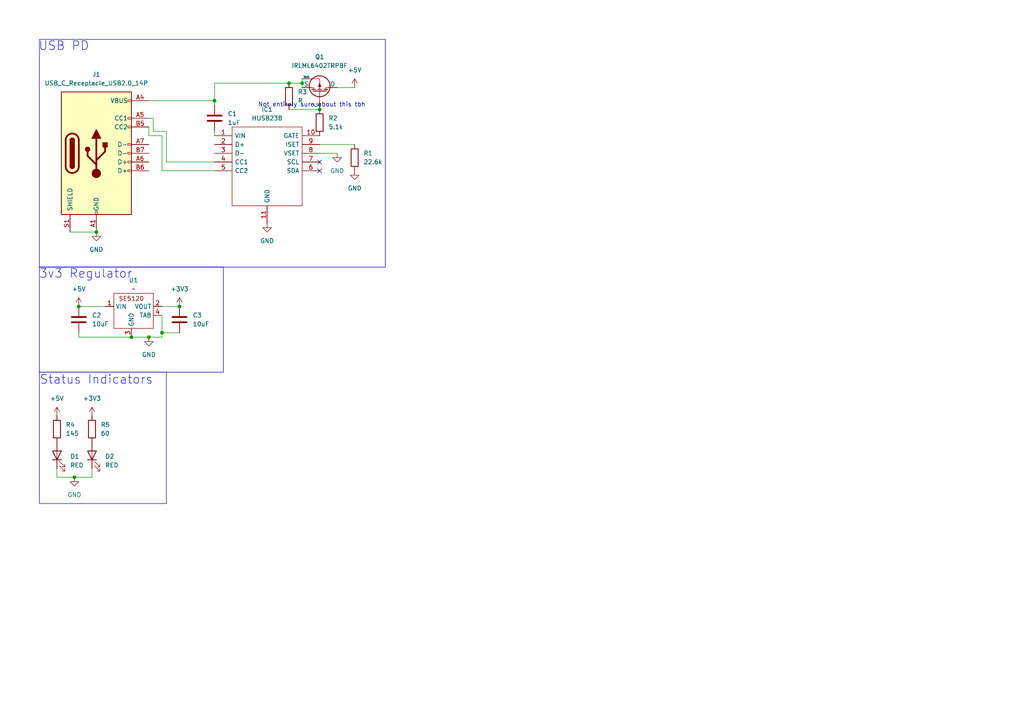
<source format=kicad_sch>
(kicad_sch (version 20250114) (generator "eeschema") (generator_version "9.0")
  (paper "A4")
  (title_block (title "Train Locs Board") (company "Sean Outram") (comment 1 "A TrainTrackr like board for the Midlands Mainline"))
  (lib_symbols
    (symbol "Connector:USB_C_Receptacle_USB2.0_14P" (pin_names (offset 1.016))
      (property "Reference" "J" (at 0 22.225 0))
      (property "Value" "USB_C_Receptacle_USB2.0_14P" (at 0 19.685 0))
      (symbol "USB_C_Receptacle_USB2.0_14P_0_0"
        (rectangle (start -0.254 -17.78) (end 0.254 -16.764))
        (rectangle (start 10.16 15.494) (end 9.144 14.986))
        (rectangle (start 10.16 10.414) (end 9.144 9.906))
        (rectangle (start 10.16 7.874) (end 9.144 7.366))
        (rectangle (start 10.16 2.794) (end 9.144 2.286))
        (rectangle (start 10.16 0.254) (end 9.144 -0.254))
        (rectangle (start 10.16 -2.286) (end 9.144 -2.794))
        (rectangle (start 10.16 -4.826) (end 9.144 -5.334))
      )
      (symbol "USB_C_Receptacle_USB2.0_14P_0_1"
        (rectangle (start -10.16 17.78) (end 10.16 -17.78) (stroke (width 0.254)) (fill (type background)))
        (polyline (pts (xy -8.89 -3.81) (xy -8.89 3.81)) (stroke (width 0.508)))
        (rectangle (start -7.62 -3.81) (end -6.35 3.81) (stroke (width 0.254)) (fill (type outline)))
        (arc (start -7.62 3.81) (mid -6.985 4.4423) (end -6.35 3.81) (stroke (width 0.254)))
        (arc (start -7.62 3.81) (mid -6.985 4.4423) (end -6.35 3.81) (stroke (width 0.254)) (fill (type outline)))
        (arc (start -8.89 3.81) (mid -6.985 5.7067) (end -5.08 3.81) (stroke (width 0.508)))
        (arc (start -5.08 -3.81) (mid -6.985 -5.7067) (end -8.89 -3.81) (stroke (width 0.508)))
        (arc (start -6.35 -3.81) (mid -6.985 -4.4423) (end -7.62 -3.81) (stroke (width 0.254)))
        (arc (start -6.35 -3.81) (mid -6.985 -4.4423) (end -7.62 -3.81) (stroke (width 0.254)) (fill (type outline)))
        (polyline (pts (xy -5.08 3.81) (xy -5.08 -3.81)) (stroke (width 0.508)))
        (circle (center -2.54 1.143) (radius 0.635) (stroke (width 0.254)) (fill (type outline)))
        (polyline (pts (xy -1.27 4.318) (xy 0 6.858) (xy 1.27 4.318) (xy -1.27 4.318)) (stroke (width 0.254)) (fill (type outline)))
        (polyline (pts (xy 0 -2.032) (xy 2.54 0.508) (xy 2.54 1.778)) (stroke (width 0.508)))
        (polyline (pts (xy 0 -3.302) (xy -2.54 -0.762) (xy -2.54 0.508)) (stroke (width 0.508)))
        (polyline (pts (xy 0 -5.842) (xy 0 4.318)) (stroke (width 0.508)))
        (circle (center 0 -5.842) (radius 1.27) (fill (type outline)))
        (rectangle (start 1.905 1.778) (end 3.175 3.048) (stroke (width 0.254)) (fill (type outline)))
      )
      (symbol "USB_C_Receptacle_USB2.0_14P_1_1"
        (pin passive line (at -7.62 -22.86 90) (length 5.08) (name "SHIELD") (number "S1"))
        (pin passive line (at 0 -22.86 90) (length 5.08) (name "GND") (number "A1"))
        (pin passive line (at 0 -22.86 90) (length 5.08) (hide yes) (name "GND") (number "A12"))
        (pin passive line (at 0 -22.86 90) (length 5.08) (hide yes) (name "GND") (number "B1"))
        (pin passive line (at 0 -22.86 90) (length 5.08) (hide yes) (name "GND") (number "B12"))
        (pin passive line (at 15.24 15.24 180) (length 5.08) (name "VBUS") (number "A4"))
        (pin passive line (at 15.24 15.24 180) (length 5.08) (hide yes) (name "VBUS") (number "A9"))
        (pin passive line (at 15.24 15.24 180) (length 5.08) (hide yes) (name "VBUS") (number "B4"))
        (pin passive line (at 15.24 15.24 180) (length 5.08) (hide yes) (name "VBUS") (number "B9"))
        (pin bidirectional line (at 15.24 10.16 180) (length 5.08) (name "CC1") (number "A5"))
        (pin bidirectional line (at 15.24 7.62 180) (length 5.08) (name "CC2") (number "B5"))
        (pin bidirectional line (at 15.24 2.54 180) (length 5.08) (name "D-") (number "A7"))
        (pin bidirectional line (at 15.24 0 180) (length 5.08) (name "D-") (number "B7"))
        (pin bidirectional line (at 15.24 -2.54 180) (length 5.08) (name "D+") (number "A6"))
        (pin bidirectional line (at 15.24 -5.08 180) (length 5.08) (name "D+") (number "B6"))
      )
    )
    (symbol "Device:C" (pin_numbers (hide yes)) (pin_names (offset 0.254))
      (property "Reference" "C" (at 0.635 2.54 0))
      (property "Value" "C" (at 0.635 -2.54 0))
      (symbol "C_0_1"
        (polyline (pts (xy -2.032 0.762) (xy 2.032 0.762)) (stroke (width 0.508)))
        (polyline (pts (xy -2.032 -0.762) (xy 2.032 -0.762)) (stroke (width 0.508)))
      )
      (symbol "C_1_1"
        (pin passive line (at 0 3.81 270) (length 2.794) (name "~") (number "1"))
        (pin passive line (at 0 -3.81 90) (length 2.794) (name "~") (number "2"))
      )
    )
    (symbol "Device:LED" (pin_numbers (hide yes)) (pin_names (offset 1.016) (hide yes))
      (property "Reference" "D" (at 0 2.54 0))
      (property "Value" "LED" (at 0 -2.54 0))
      (symbol "LED_0_1"
        (polyline (pts (xy -3.048 -0.762) (xy -4.572 -2.286) (xy -3.81 -2.286) (xy -4.572 -2.286) (xy -4.572 -1.524)))
        (polyline (pts (xy -1.778 -0.762) (xy -3.302 -2.286) (xy -2.54 -2.286) (xy -3.302 -2.286) (xy -3.302 -1.524)))
        (polyline (pts (xy -1.27 0) (xy 1.27 0)))
        (polyline (pts (xy -1.27 -1.27) (xy -1.27 1.27)) (stroke (width 0.254)))
        (polyline (pts (xy 1.27 -1.27) (xy 1.27 1.27) (xy -1.27 0) (xy 1.27 -1.27)) (stroke (width 0.254)))
      )
      (symbol "LED_1_1"
        (pin passive line (at -3.81 0 0) (length 2.54) (name "K") (number "1"))
        (pin passive line (at 3.81 0 180) (length 2.54) (name "A") (number "2"))
      )
    )
    (symbol "Device:R" (pin_numbers (hide yes)) (pin_names (offset 0))
      (property "Reference" "R" (at 2.032 0 90))
      (property "Value" "R" (at 0 0 90))
      (symbol "R_0_1"
        (rectangle (start -1.016 -2.54) (end 1.016 2.54) (stroke (width 0.254)))
      )
      (symbol "R_1_1"
        (pin passive line (at 0 3.81 270) (length 1.27) (name "~") (number "1"))
        (pin passive line (at 0 -3.81 90) (length 1.27) (name "~") (number "2"))
      )
    )
    (symbol "HUSB238:HUSB238" (pin_names (offset 0.762))
      (property "Reference" "IC" (at 26.67 7.62 0))
      (property "Value" "HUSB238" (at 26.67 5.08 0))
      (symbol "HUSB238_0_0"
        (pin passive line (at 0 0 0) (length 5.08) (name "VIN") (number "1"))
        (pin passive line (at 0 -2.54 0) (length 5.08) (name "D+") (number "2"))
        (pin passive line (at 0 -5.08 0) (length 5.08) (name "D-") (number "3"))
        (pin passive line (at 0 -7.62 0) (length 5.08) (name "CC1") (number "4"))
        (pin passive line (at 0 -10.16 0) (length 5.08) (name "CC2") (number "5"))
        (pin passive line (at 15.24 -25.4 90) (length 5.08) (name "GND") (number "11"))
        (pin passive line (at 30.48 0 180) (length 5.08) (name "GATE") (number "10"))
        (pin passive line (at 30.48 -2.54 180) (length 5.08) (name "ISET") (number "9"))
        (pin passive line (at 30.48 -5.08 180) (length 5.08) (name "VSET") (number "8"))
        (pin passive line (at 30.48 -7.62 180) (length 5.08) (name "SCL") (number "7"))
        (pin passive line (at 30.48 -10.16 180) (length 5.08) (name "SDA") (number "6"))
      )
      (symbol "HUSB238_0_1"
        (polyline (pts (xy 5.08 2.54) (xy 25.4 2.54) (xy 25.4 -20.32) (xy 5.08 -20.32) (xy 5.08 2.54)) (stroke (width 0.1524)))
      )
    )
    (symbol "Simulation_SPICE:PMOS_Substrate" (pin_numbers (hide yes)) (pin_names (offset 0))
      (property "Reference" "Q" (at 6.35 1.27 0))
      (property "Value" "PMOS_Substrate" (at 6.35 -1.27 0))
      (symbol "PMOS_Substrate_0_1"
        (polyline (pts (xy 1.524 1.905) (xy 1.524 -1.905)) (stroke (width 0.254)))
        (polyline (pts (xy 1.524 0) (xy -1.27 0)))
        (polyline (pts (xy 2.032 2.286) (xy 2.032 1.27)) (stroke (width 0.254)))
        (polyline (pts (xy 2.032 1.778) (xy 2.54 1.778) (xy 2.54 2.54)))
        (polyline (pts (xy 2.032 0.508) (xy 2.032 -0.508)) (stroke (width 0.254)))
        (polyline (pts (xy 2.032 -1.27) (xy 2.032 -2.286)) (stroke (width 0.254)))
        (polyline (pts (xy 2.54 -2.54) (xy 2.54 -1.778) (xy 2.032 -1.778)))
        (circle (center 2.921 0) (radius 3.0294) (stroke (width 0.254)))
        (polyline (pts (xy 3.81 0) (xy 2.794 0.381) (xy 2.794 -0.381) (xy 3.81 0)) (fill (type outline)))
        (polyline (pts (xy 5.08 -2.54) (xy 5.08 0) (xy 2.032 0)))
      )
      (symbol "PMOS_Substrate_1_1"
        (pin input line (at -3.81 0 0) (length 2.54) (name "G") (number "2"))
        (pin passive line (at 2.54 5.08 270) (length 2.54) (name "D") (number "1"))
        (pin passive line (at 2.54 -5.08 90) (length 2.54) (name "S") (number "3"))
        (pin input line (at 5.08 -5.08 90) (length 2.54) (name "Bulk") (number "4"))
      )
    )
    (symbol "TrainLocsBoard:SE5120"
      (property "Reference" "U" (at 0 2.286 0))
      (symbol "SE5120_0_1"
        (rectangle (start -5.08 1.27) (end 6.35 -8.89))
      )
      (symbol "SE5120_1_1"
        (text "SE5120" (at 0 -0.254 0) (effects (font (size 1.27 1.27))))
        (pin input line (at -7.62 -2.54 0) (length 2.54) (name "VIN") (number "1"))
        (pin output line (at 0 -11.43 90) (length 2.54) (name "GND") (number "3"))
        (pin output line (at 8.89 -2.54 180) (length 2.54) (name "VOUT") (number "2"))
        (pin output line (at 8.89 -5.08 180) (length 2.54) (name "TAB") (number "4"))
      )
    )
    (symbol "power:+3V3" (power) (pin_numbers (hide yes)) (pin_names (offset 0) (hide yes))
      (property "Value" "+3V3" (at 0 3.556 0))
      (symbol "+3V3_0_1"
        (polyline (pts (xy -0.762 1.27) (xy 0 2.54)))
        (polyline (pts (xy 0 2.54) (xy 0.762 1.27)))
        (polyline (pts (xy 0 0) (xy 0 2.54)))
      )
      (symbol "+3V3_1_1"
        (pin power_in line (at 0 0 90) (length 0) (name "~") (number "1"))
      )
    )
    (symbol "power:+5V" (power) (pin_numbers (hide yes)) (pin_names (offset 0) (hide yes))
      (property "Value" "+5V" (at 0 3.556 0))
      (symbol "+5V_0_1"
        (polyline (pts (xy -0.762 1.27) (xy 0 2.54)))
        (polyline (pts (xy 0 2.54) (xy 0.762 1.27)))
        (polyline (pts (xy 0 0) (xy 0 2.54)))
      )
      (symbol "+5V_1_1"
        (pin power_in line (at 0 0 90) (length 0) (name "~") (number "1"))
      )
    )
    (symbol "power:GND" (power) (pin_numbers (hide yes)) (pin_names (offset 0) (hide yes))
      (property "Value" "GND" (at 0 -3.81 0))
      (symbol "GND_0_1"
        (polyline (pts (xy 0 0) (xy 0 -1.27) (xy 1.27 -1.27) (xy 0 -2.54) (xy -1.27 -1.27) (xy 0 -1.27)))
      )
      (symbol "GND_1_1"
        (pin power_in line (at 0 0 270) (length 0) (name "~") (number "1"))
      )
    )
  )
  (rectangle (start 11.43 107.95) (end 48.26 146.05))
  (rectangle (start 11.43 77.47) (end 64.77 107.95))
  (rectangle (start 11.43 11.43) (end 111.76 77.47))
  (text "Status Indicators" (at 27.94 110.236 0) (effects (font (size 2.54 2.54))))
  (text "Not entirely sure about this tbh\n" (at 90.424 30.48 0) (effects (font (size 1.27 1.27))))
  (text "USB PD" (at 18.542 13.462 0) (effects (font (size 2.54 2.54))))
  (text "3v3 Regulator" (at 24.892 79.502 0) (effects (font (size 2.54 2.54))))
  (junction (at 21.59 138.43))
  (junction (at 83.82 24.13))
  (junction (at 62.23 29.21))
  (junction (at 27.94 67.31))
  (junction (at 92.71 31.75))
  (junction (at 52.07 88.9))
  (junction (at 22.86 88.9))
  (junction (at 46.99 96.52))
  (junction (at 87.63 24.13))
  (junction (at 43.18 97.79))
  (junction (at 38.1 97.79))
  (no_connect (at 92.71 46.99))
  (no_connect (at 92.71 49.53))
  (wire (pts (xy 44.45 38.1) (xy 44.45 34.29)))
  (wire (pts (xy 87.63 24.13) (xy 87.63 25.4)))
  (wire (pts (xy 16.51 138.43) (xy 21.59 138.43)))
  (wire (pts (xy 102.87 25.4) (xy 97.79 25.4)))
  (wire (pts (xy 22.86 97.79) (xy 22.86 96.52)))
  (wire (pts (xy 46.99 96.52) (xy 52.07 96.52)))
  (wire (pts (xy 46.99 39.37) (xy 46.99 49.53)))
  (wire (pts (xy 87.63 22.86) (xy 87.63 24.13)))
  (wire (pts (xy 43.18 39.37) (xy 43.18 36.83)))
  (wire (pts (xy 62.23 24.13) (xy 83.82 24.13)))
  (wire (pts (xy 44.45 38.1) (xy 48.26 38.1)))
  (wire (pts (xy 21.59 138.43) (xy 26.67 138.43)))
  (wire (pts (xy 46.99 88.9) (xy 52.07 88.9)))
  (wire (pts (xy 48.26 46.99) (xy 62.23 46.99)))
  (wire (pts (xy 44.45 34.29) (xy 43.18 34.29)))
  (wire (pts (xy 62.23 24.13) (xy 62.23 29.21)))
  (wire (pts (xy 92.71 41.91) (xy 102.87 41.91)))
  (wire (pts (xy 83.82 24.13) (xy 87.63 24.13)))
  (wire (pts (xy 97.79 44.45) (xy 92.71 44.45)))
  (wire (pts (xy 48.26 38.1) (xy 48.26 46.99)))
  (wire (pts (xy 20.32 67.31) (xy 27.94 67.31)))
  (wire (pts (xy 46.99 96.52) (xy 46.99 91.44)))
  (wire (pts (xy 43.18 39.37) (xy 46.99 39.37)))
  (wire (pts (xy 22.86 88.9) (xy 30.48 88.9)))
  (wire (pts (xy 46.99 49.53) (xy 62.23 49.53)))
  (wire (pts (xy 62.23 38.1) (xy 62.23 39.37)))
  (wire (pts (xy 46.99 97.79) (xy 46.99 96.52)))
  (wire (pts (xy 83.82 31.75) (xy 92.71 31.75)))
  (wire (pts (xy 16.51 138.43) (xy 16.51 135.89)))
  (wire (pts (xy 22.86 97.79) (xy 38.1 97.79)))
  (wire (pts (xy 38.1 97.79) (xy 43.18 97.79)))
  (wire (pts (xy 26.67 138.43) (xy 26.67 135.89)))
  (wire (pts (xy 43.18 29.21) (xy 62.23 29.21)))
  (wire (pts (xy 43.18 97.79) (xy 46.99 97.79)))
  (wire (pts (xy 62.23 29.21) (xy 62.23 30.48)))
  (symbol (lib_id "power:GND") (at 77.47 64.77 0) (unit 1)
    (property "Reference" "#PWR02" (effects (hide yes)))
    (property "Value" "GND" (at 77.47 69.85 0))
    (property "Description" "Power symbol creates a global label with name \"GND\" , ground" (effects (hide yes)))
  )
  (symbol (lib_id "Device:LED") (at 26.67 132.08 90) (unit 1)
    (property "Reference" "D2" (at 30.48 132.3974 90) (effects (justify right)))
    (property "Value" "RED" (at 30.48 134.9374 90) (effects (justify right)))
    (property "Description" "Light emitting diode" (effects (hide yes)))
    (property "Sim.Pins" "1=K 2=A" (effects (hide yes)))
  )
  (symbol (lib_id "power:GND") (at 97.79 44.45 0) (unit 1)
    (property "Reference" "#PWR03" (effects (hide yes)))
    (property "Value" "GND" (at 97.79 49.53 0))
    (property "Description" "Power symbol creates a global label with name \"GND\" , ground" (effects (hide yes)))
  )
  (symbol (lib_id "Connector:USB_C_Receptacle_USB2.0_14P") (at 27.94 44.45 0) (unit 1)
    (property "Reference" "J1" (at 27.94 21.59 0))
    (property "Value" "USB_C_Receptacle_USB2.0_14P" (at 27.94 24.13 0))
    (property "Datasheet" "https://www.usb.org/sites/default/files/documents/usb_type-c.zip" (effects (hide yes)))
    (property "Description" "USB 2.0-only 14P Type-C Receptacle connector" (effects (hide yes)))
    (property "LCSC Part" "C2988369" (effects (hide yes)))
  )
  (symbol (lib_id "Device:C") (at 22.86 92.71 0) (unit 1)
    (property "Reference" "C2" (at 26.67 91.4399 0) (effects (justify left)))
    (property "Value" "10uF" (at 26.67 93.9799 0) (effects (justify left)))
    (property "Description" "Unpolarized capacitor" (effects (hide yes)))
  )
  (symbol (lib_id "Device:R") (at 92.71 35.56 0) (unit 1)
    (property "Reference" "R2" (at 95.25 34.2899 0) (effects (justify left)))
    (property "Value" "5.1k" (at 95.25 36.8299 0) (effects (justify left)))
    (property "Description" "Resistor" (effects (hide yes)))
  )
  (symbol (lib_id "HUSB238:HUSB238") (at 62.23 39.37 0) (unit 1)
    (property "Reference" "IC1" (at 77.47 31.75 0))
    (property "Value" "HUSB238" (at 77.47 34.29 0))
    (property "Footprint" "SON50P300X300X80-11N-D" (effects (hide yes)))
    (property "Datasheet" "https://en.hynetek.com/uploadfiles/site/219/news/4459b599-ce6b-4d92-83cc-13212cca0672.pdf" (effects (hide yes)))
    (property "Description" "USB Type-C Power Delivery Sink" (effects (hide yes)))
    (property "Description_1" "USB Type-C Power Delivery Sink" (effects (hide yes)))
    (property "Height" "0.8" (effects (hide yes)))
    (property "Manufacturer_Name" "Hynetek" (effects (hide yes)))
    (property "Manufacturer_Part_Number" "HUSB238" (effects (hide yes)))
  )
  (symbol (lib_id "Device:LED") (at 16.51 132.08 90) (unit 1)
    (property "Reference" "D1" (at 20.32 132.3974 90) (effects (justify right)))
    (property "Value" "RED" (at 20.32 134.9374 90) (effects (justify right)))
    (property "Description" "Light emitting diode" (effects (hide yes)))
    (property "Sim.Pins" "1=K 2=A" (effects (hide yes)))
  )
  (symbol (lib_id "power:GND") (at 27.94 67.31 0) (unit 1)
    (property "Reference" "#PWR01" (effects (hide yes)))
    (property "Value" "GND" (at 27.94 72.39 0))
    (property "Description" "Power symbol creates a global label with name \"GND\" , ground" (effects (hide yes)))
  )
  (symbol (lib_id "power:+5V") (at 22.86 88.9 0) (unit 1)
    (property "Reference" "#PWR07" (effects (hide yes)))
    (property "Value" "+5V" (at 22.86 83.82 0))
    (property "Description" "Power symbol creates a global label with name \"+5V\"" (effects (hide yes)))
  )
  (symbol (lib_id "power:+3V3") (at 52.07 88.9 0) (unit 1)
    (property "Reference" "#PWR08" (effects (hide yes)))
    (property "Value" "+3V3" (at 52.07 83.82 0))
    (property "Description" "Power symbol creates a global label with name \"+3V3\"" (effects (hide yes)))
  )
  (symbol (lib_id "power:+5V") (at 16.51 120.65 0) (unit 1)
    (property "Reference" "#PWR011" (effects (hide yes)))
    (property "Value" "+5V" (at 16.51 115.57 0))
    (property "Description" "Power symbol creates a global label with name \"+5V\"" (effects (hide yes)))
  )
  (symbol (lib_id "Device:R") (at 26.67 124.46 0) (unit 1)
    (property "Reference" "R5" (at 29.21 123.1899 0) (effects (justify left)))
    (property "Value" "60" (at 29.21 125.7299 0) (effects (justify left)))
    (property "Description" "Resistor" (effects (hide yes)))
  )
  (symbol (lib_id "power:GND") (at 43.18 97.79 0) (unit 1)
    (property "Reference" "#PWR06" (effects (hide yes)))
    (property "Value" "GND" (at 43.18 102.87 0))
    (property "Description" "Power symbol creates a global label with name \"GND\" , ground" (effects (hide yes)))
  )
  (symbol (lib_id "Device:C") (at 62.23 34.29 0) (unit 1)
    (property "Reference" "C1" (at 66.04 33.0199 0) (effects (justify left)))
    (property "Value" "1uF" (at 66.04 35.5599 0) (effects (justify left)))
    (property "Description" "Unpolarized capacitor" (effects (hide yes)))
  )
  (symbol (lib_id "power:+3V3") (at 26.67 120.65 0) (unit 1)
    (property "Reference" "#PWR010" (effects (hide yes)))
    (property "Value" "+3V3" (at 26.67 115.57 0))
    (property "Description" "Power symbol creates a global label with name \"+3V3\"" (effects (hide yes)))
  )
  (symbol (lib_id "power:GND") (at 102.87 49.53 0) (unit 1)
    (property "Reference" "#PWR04" (effects (hide yes)))
    (property "Value" "GND" (at 102.87 54.61 0))
    (property "Description" "Power symbol creates a global label with name \"GND\" , ground" (effects (hide yes)))
  )
  (symbol (lib_id "Device:R") (at 102.87 45.72 0) (unit 1)
    (property "Reference" "R1" (at 105.41 44.4499 0) (effects (justify left)))
    (property "Value" "22.6k" (at 105.41 46.9899 0) (effects (justify left)))
    (property "Description" "Resistor" (effects (hide yes)))
  )
  (symbol (lib_id "power:GND") (at 21.59 138.43 0) (unit 1)
    (property "Reference" "#PWR09" (effects (hide yes)))
    (property "Value" "GND" (at 21.59 143.51 0))
    (property "Description" "Power symbol creates a global label with name \"GND\" , ground" (effects (hide yes)))
  )
  (symbol (lib_id "Device:R") (at 16.51 124.46 0) (unit 1)
    (property "Reference" "R4" (at 19.05 123.1899 0) (effects (justify left)))
    (property "Value" "145" (at 19.05 125.7299 0) (effects (justify left)))
    (property "Description" "Resistor" (effects (hide yes)))
  )
  (symbol (lib_id "Simulation_SPICE:PMOS_Substrate") (at 92.71 27.94 270) (mirror x) (unit 1)
    (property "Reference" "Q1" (at 92.71 16.51 90))
    (property "Value" "IRLML6402TRPBF" (at 92.71 19.05 90))
    (property "Datasheet" "https://ngspice.sourceforge.io/docs/ngspice-html-manual/manual.xhtml#cha_MOSFETs" (effects (hide yes)))
    (property "Description" "P-channel MOSFET symbol with substrate (bulk) pin" (effects (hide yes)))
    (property "Sim.Device" "PMOS" (effects (hide yes)))
    (property "Sim.Type" "MOS1" (effects (hide yes)))
    (property "Sim.Pins" "1=D 2=G 3=S 4=B" (effects (hide yes)))
  )
  (symbol (lib_id "TrainLocsBoard:SE5120") (at 38.1 86.36 0) (unit 1)
    (property "Reference" "U1" (at 38.735 81.28 0))
    (property "Value" "~" (at 38.735 83.82 0))
  )
  (symbol (lib_id "Device:R") (at 83.82 27.94 0) (unit 1)
    (property "Reference" "R3" (at 86.36 26.6699 0) (effects (justify left)))
    (property "Value" "R" (at 86.36 29.2099 0) (effects (justify left)))
    (property "Description" "Resistor" (effects (hide yes)))
  )
  (symbol (lib_id "Device:C") (at 52.07 92.71 0) (unit 1)
    (property "Reference" "C3" (at 55.88 91.4399 0) (effects (justify left)))
    (property "Value" "10uF" (at 55.88 93.9799 0) (effects (justify left)))
    (property "Description" "Unpolarized capacitor" (effects (hide yes)))
  )
  (symbol (lib_id "power:+5V") (at 102.87 25.4 0) (unit 1)
    (property "Reference" "#PWR05" (effects (hide yes)))
    (property "Value" "+5V" (at 102.87 20.32 0))
    (property "Description" "Power symbol creates a global label with name \"+5V\"" (effects (hide yes)))
  )
)
</source>
